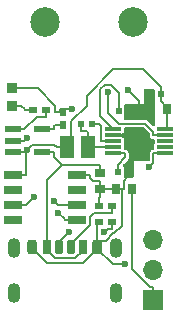
<source format=gtl>
G04 #@! TF.GenerationSoftware,KiCad,Pcbnew,8.0.1*
G04 #@! TF.CreationDate,2024-12-14T14:03:44-06:00*
G04 #@! TF.ProjectId,SD_ProtoBoard,53445f50-726f-4746-9f42-6f6172642e6b,rev?*
G04 #@! TF.SameCoordinates,Original*
G04 #@! TF.FileFunction,Copper,L1,Top*
G04 #@! TF.FilePolarity,Positive*
%FSLAX46Y46*%
G04 Gerber Fmt 4.6, Leading zero omitted, Abs format (unit mm)*
G04 Created by KiCad (PCBNEW 8.0.1) date 2024-12-14 14:03:44*
%MOMM*%
%LPD*%
G01*
G04 APERTURE LIST*
G04 Aperture macros list*
%AMRoundRect*
0 Rectangle with rounded corners*
0 $1 Rounding radius*
0 $2 $3 $4 $5 $6 $7 $8 $9 X,Y pos of 4 corners*
0 Add a 4 corners polygon primitive as box body*
4,1,4,$2,$3,$4,$5,$6,$7,$8,$9,$2,$3,0*
0 Add four circle primitives for the rounded corners*
1,1,$1+$1,$2,$3*
1,1,$1+$1,$4,$5*
1,1,$1+$1,$6,$7*
1,1,$1+$1,$8,$9*
0 Add four rect primitives between the rounded corners*
20,1,$1+$1,$2,$3,$4,$5,0*
20,1,$1+$1,$4,$5,$6,$7,0*
20,1,$1+$1,$6,$7,$8,$9,0*
20,1,$1+$1,$8,$9,$2,$3,0*%
G04 Aperture macros list end*
G04 #@! TA.AperFunction,SMDPad,CuDef*
%ADD10R,1.400000X0.600000*%
G04 #@! TD*
G04 #@! TA.AperFunction,ComponentPad*
%ADD11C,2.500000*%
G04 #@! TD*
G04 #@! TA.AperFunction,SMDPad,CuDef*
%ADD12R,1.400000X0.300000*%
G04 #@! TD*
G04 #@! TA.AperFunction,SMDPad,CuDef*
%ADD13RoundRect,0.375000X0.375000X-0.625000X0.375000X0.625000X-0.375000X0.625000X-0.375000X-0.625000X0*%
G04 #@! TD*
G04 #@! TA.AperFunction,SMDPad,CuDef*
%ADD14R,0.750000X0.600000*%
G04 #@! TD*
G04 #@! TA.AperFunction,SMDPad,CuDef*
%ADD15R,0.600000X0.620000*%
G04 #@! TD*
G04 #@! TA.AperFunction,SMDPad,CuDef*
%ADD16RoundRect,0.175000X-0.175000X-0.425000X0.175000X-0.425000X0.175000X0.425000X-0.175000X0.425000X0*%
G04 #@! TD*
G04 #@! TA.AperFunction,SMDPad,CuDef*
%ADD17RoundRect,0.190000X0.190000X0.410000X-0.190000X0.410000X-0.190000X-0.410000X0.190000X-0.410000X0*%
G04 #@! TD*
G04 #@! TA.AperFunction,SMDPad,CuDef*
%ADD18RoundRect,0.200000X0.200000X0.400000X-0.200000X0.400000X-0.200000X-0.400000X0.200000X-0.400000X0*%
G04 #@! TD*
G04 #@! TA.AperFunction,SMDPad,CuDef*
%ADD19RoundRect,0.175000X0.175000X0.425000X-0.175000X0.425000X-0.175000X-0.425000X0.175000X-0.425000X0*%
G04 #@! TD*
G04 #@! TA.AperFunction,SMDPad,CuDef*
%ADD20RoundRect,0.190000X-0.190000X-0.410000X0.190000X-0.410000X0.190000X0.410000X-0.190000X0.410000X0*%
G04 #@! TD*
G04 #@! TA.AperFunction,SMDPad,CuDef*
%ADD21RoundRect,0.200000X-0.200000X-0.400000X0.200000X-0.400000X0.200000X0.400000X-0.200000X0.400000X0*%
G04 #@! TD*
G04 #@! TA.AperFunction,ComponentPad*
%ADD22O,1.100000X1.700000*%
G04 #@! TD*
G04 #@! TA.AperFunction,ComponentPad*
%ADD23R,1.700000X1.700000*%
G04 #@! TD*
G04 #@! TA.AperFunction,ComponentPad*
%ADD24O,1.700000X1.700000*%
G04 #@! TD*
G04 #@! TA.AperFunction,SMDPad,CuDef*
%ADD25R,0.950000X0.950000*%
G04 #@! TD*
G04 #@! TA.AperFunction,SMDPad,CuDef*
%ADD26R,1.150000X1.850000*%
G04 #@! TD*
G04 #@! TA.AperFunction,SMDPad,CuDef*
%ADD27R,0.940000X0.750000*%
G04 #@! TD*
G04 #@! TA.AperFunction,SMDPad,CuDef*
%ADD28R,0.750000X0.940000*%
G04 #@! TD*
G04 #@! TA.AperFunction,SMDPad,CuDef*
%ADD29R,0.560000X0.620000*%
G04 #@! TD*
G04 #@! TA.AperFunction,SMDPad,CuDef*
%ADD30R,1.500000X0.650000*%
G04 #@! TD*
G04 #@! TA.AperFunction,SMDPad,CuDef*
%ADD31R,0.600000X0.750000*%
G04 #@! TD*
G04 #@! TA.AperFunction,ViaPad*
%ADD32C,0.600000*%
G04 #@! TD*
G04 #@! TA.AperFunction,Conductor*
%ADD33C,0.200000*%
G04 #@! TD*
G04 APERTURE END LIST*
D10*
G04 #@! TO.P,IC3,1,STAT*
G04 #@! TO.N,Net-(IC3-STAT)*
X133150000Y-102470000D03*
G04 #@! TO.P,IC3,2,VSS*
G04 #@! TO.N,GND*
X133150000Y-103420000D03*
G04 #@! TO.P,IC3,3,VBAT*
G04 #@! TO.N,/VBAT*
X133150000Y-104370000D03*
G04 #@! TO.P,IC3,4,VDD*
G04 #@! TO.N,Net-(IC3-VDD)*
X135650000Y-104370000D03*
G04 #@! TO.P,IC3,5,PROG*
G04 #@! TO.N,Net-(IC3-PROG)*
X135650000Y-102470000D03*
G04 #@! TD*
D11*
G04 #@! TO.P,X1,1*
G04 #@! TO.N,Net-(IC2-OUTP)*
X135870000Y-93350000D03*
G04 #@! TO.P,X1,2*
G04 #@! TO.N,Net-(IC2-OUTN)*
X143370000Y-93350000D03*
G04 #@! TD*
D12*
G04 #@! TO.P,IC2,1,VCC*
G04 #@! TO.N,Net-(IC2-VCC)*
X141680000Y-102470000D03*
G04 #@! TO.P,IC2,2,GND*
G04 #@! TO.N,GND*
X141680000Y-102970000D03*
G04 #@! TO.P,IC2,3,BOOT*
G04 #@! TO.N,Net-(IC2-BOOT)*
X141680000Y-103470000D03*
G04 #@! TO.P,IC2,4,SW*
G04 #@! TO.N,Net-(IC2-SW)*
X141680000Y-103970000D03*
G04 #@! TO.P,IC2,5,VOUT*
G04 #@! TO.N,Net-(IC2-FB)*
X141680000Y-104470000D03*
G04 #@! TO.P,IC2,6,OUTN*
G04 #@! TO.N,Net-(IC2-OUTN)*
X146080000Y-104470000D03*
G04 #@! TO.P,IC2,7,OUTP*
G04 #@! TO.N,Net-(IC2-OUTP)*
X146080000Y-103970000D03*
G04 #@! TO.P,IC2,8,FB*
G04 #@! TO.N,Net-(IC2-FB)*
X146080000Y-103470000D03*
G04 #@! TO.P,IC2,9,DIN*
G04 #@! TO.N,Net-(IC1-PA7)*
X146080000Y-102970000D03*
G04 #@! TO.P,IC2,10,VIN*
G04 #@! TO.N,/VBAT*
X146080000Y-102470000D03*
D13*
G04 #@! TO.P,IC2,11,GND_PAD*
G04 #@! TO.N,GND*
X143880000Y-103470000D03*
G04 #@! TD*
D14*
G04 #@! TO.P,R3,1,1*
G04 #@! TO.N,GND*
X140480000Y-108930000D03*
G04 #@! TO.P,R3,2,2*
G04 #@! TO.N,Net-(J3-CC2)*
X141580000Y-108930000D03*
G04 #@! TD*
D15*
G04 #@! TO.P,C4,1,1*
G04 #@! TO.N,/VBAT*
X145690000Y-99470000D03*
G04 #@! TO.P,C4,2,2*
G04 #@! TO.N,GND*
X144770000Y-99470000D03*
G04 #@! TD*
G04 #@! TO.P,C2,1,1*
G04 #@! TO.N,GND*
X142980000Y-106070000D03*
G04 #@! TO.P,C2,2,2*
G04 #@! TO.N,Net-(IC2-FB)*
X142060000Y-106070000D03*
G04 #@! TD*
D16*
G04 #@! TO.P,J3,A5,CC1*
G04 #@! TO.N,Net-(J3-CC1)*
X137090000Y-112450000D03*
D17*
G04 #@! TO.P,J3,A9,VBUS*
G04 #@! TO.N,Net-(IC3-VDD)*
X139110000Y-112450000D03*
D18*
G04 #@! TO.P,J3,A12,GND*
G04 #@! TO.N,GND*
X140340000Y-112450000D03*
D19*
G04 #@! TO.P,J3,B5,CC2*
G04 #@! TO.N,Net-(J3-CC2)*
X138090000Y-112450000D03*
D20*
G04 #@! TO.P,J3,B9,VBUS*
G04 #@! TO.N,Net-(IC3-VDD)*
X136070000Y-112450000D03*
D21*
G04 #@! TO.P,J3,B12,GND*
G04 #@! TO.N,GND*
X134840000Y-112450000D03*
D22*
G04 #@! TO.P,J3,S1,SHIELD*
G04 #@! TO.N,unconnected-(J3-SHIELD-PadS1)_0*
X133270000Y-112530000D03*
G04 #@! TO.N,unconnected-(J3-SHIELD-PadS1)_2*
X133270000Y-116330000D03*
G04 #@! TO.N,unconnected-(J3-SHIELD-PadS1)_1*
X141910000Y-112530000D03*
G04 #@! TO.N,unconnected-(J3-SHIELD-PadS1)*
X141910000Y-116330000D03*
G04 #@! TD*
D23*
G04 #@! TO.P,J1,1,Pin_1*
G04 #@! TO.N,/VBAT*
X145080000Y-116940000D03*
D24*
G04 #@! TO.P,J1,2,Pin_2*
G04 #@! TO.N,GND*
X145080000Y-114400000D03*
G04 #@! TO.P,J1,3,Pin_3*
G04 #@! TO.N,/UPDI*
X145080000Y-111860000D03*
G04 #@! TD*
D25*
G04 #@! TO.P,LED1,1,K*
G04 #@! TO.N,Net-(LED1-K)*
X133120000Y-100460000D03*
G04 #@! TO.P,LED1,2,A*
G04 #@! TO.N,GND*
X133120000Y-98960000D03*
G04 #@! TD*
D26*
G04 #@! TO.P,L1,1,1*
G04 #@! TO.N,/VBAT*
X137780000Y-103970000D03*
G04 #@! TO.P,L1,2,2*
G04 #@! TO.N,Net-(IC2-SW)*
X139580000Y-103970000D03*
G04 #@! TD*
D27*
G04 #@! TO.P,C6,1,1*
G04 #@! TO.N,GND*
X140560000Y-107550000D03*
G04 #@! TO.P,C6,2,2*
G04 #@! TO.N,Net-(IC3-VDD)*
X140560000Y-106150000D03*
G04 #@! TD*
D15*
G04 #@! TO.P,C5,1,1*
G04 #@! TO.N,Net-(IC2-VCC)*
X142130000Y-100925000D03*
G04 #@! TO.P,C5,2,2*
G04 #@! TO.N,GND*
X143050000Y-100925000D03*
G04 #@! TD*
D28*
G04 #@! TO.P,C7,1,1*
G04 #@! TO.N,/VBAT*
X143280000Y-107480000D03*
G04 #@! TO.P,C7,2,2*
G04 #@! TO.N,GND*
X141880000Y-107480000D03*
G04 #@! TD*
D14*
G04 #@! TO.P,R1,1,1*
G04 #@! TO.N,GND*
X140480000Y-110270000D03*
G04 #@! TO.P,R1,2,2*
G04 #@! TO.N,Net-(J3-CC1)*
X141580000Y-110270000D03*
G04 #@! TD*
G04 #@! TO.P,R2,1,1*
G04 #@! TO.N,Net-(LED1-K)*
X134860000Y-100790000D03*
G04 #@! TO.P,R2,2,2*
G04 #@! TO.N,Net-(IC3-STAT)*
X135960000Y-100790000D03*
G04 #@! TD*
D29*
G04 #@! TO.P,C1,1,1*
G04 #@! TO.N,Net-(IC2-SW)*
X138920000Y-101970000D03*
G04 #@! TO.P,C1,2,2*
G04 #@! TO.N,Net-(IC2-BOOT)*
X139880000Y-101970000D03*
G04 #@! TD*
D28*
G04 #@! TO.P,C3,1,1*
G04 #@! TO.N,/VBAT*
X146230000Y-100770000D03*
G04 #@! TO.P,C3,2,2*
G04 #@! TO.N,GND*
X144830000Y-100770000D03*
G04 #@! TD*
D30*
G04 #@! TO.P,IC1,8,GND*
G04 #@! TO.N,GND*
X138620000Y-106300000D03*
G04 #@! TO.P,IC1,7,PA3/EXTCLK*
G04 #@! TO.N,unconnected-(IC1-PA3{slash}EXTCLK-Pad7)*
X138620000Y-107570000D03*
G04 #@! TO.P,IC1,6,PA0/~{RESET}/UPDI*
G04 #@! TO.N,/UPDI*
X138620000Y-108840000D03*
G04 #@! TO.P,IC1,5,PA2*
G04 #@! TO.N,Net-(IC1-PA2)*
X138620000Y-110110000D03*
G04 #@! TO.P,IC1,4,PA1*
G04 #@! TO.N,unconnected-(IC1-PA1-Pad4)*
X133220000Y-110110000D03*
G04 #@! TO.P,IC1,3,PA7*
G04 #@! TO.N,Net-(IC1-PA7)*
X133220000Y-108840000D03*
G04 #@! TO.P,IC1,2,PA6*
G04 #@! TO.N,unconnected-(IC1-PA6-Pad2)*
X133220000Y-107570000D03*
G04 #@! TO.P,IC1,1,VDD*
G04 #@! TO.N,/VBAT*
X133220000Y-106300000D03*
G04 #@! TD*
D31*
G04 #@! TO.P,R4,1,1*
G04 #@! TO.N,Net-(IC3-PROG)*
X137390000Y-102070000D03*
G04 #@! TO.P,R4,2,2*
G04 #@! TO.N,GND*
X137390000Y-100970000D03*
G04 #@! TD*
D32*
G04 #@! TO.N,/UPDI*
X136670000Y-108510000D03*
G04 #@! TO.N,Net-(J3-CC1)*
X137921300Y-111172100D03*
X140934600Y-111149800D03*
G04 #@! TO.N,/VBAT*
X134387400Y-104246800D03*
G04 #@! TO.N,Net-(IC2-OUTN)*
X144740000Y-105670000D03*
G04 #@! TO.N,Net-(IC1-PA7)*
X134987400Y-108182150D03*
X141196800Y-99299800D03*
G04 #@! TO.N,Net-(IC1-PA2)*
X137010000Y-109528900D03*
G04 #@! TO.N,GND*
X142901600Y-99107600D03*
X142671800Y-113890200D03*
X138228200Y-100779200D03*
X134360500Y-103211200D03*
G04 #@! TD*
D33*
G04 #@! TO.N,Net-(IC2-OUTN)*
X144740000Y-105670000D02*
X145078300Y-105331700D01*
X145078300Y-105331700D02*
X145078300Y-104470000D01*
X145078300Y-104470000D02*
X146080000Y-104470000D01*
G04 #@! TO.N,Net-(IC1-PA2)*
X137568300Y-110087200D02*
X137568300Y-110110000D01*
X137010000Y-109528900D02*
X137568300Y-110087200D01*
X137568300Y-110110000D02*
X138620000Y-110110000D01*
G04 #@! TO.N,/UPDI*
X137000000Y-108840000D02*
X136670000Y-108510000D01*
X138620000Y-108840000D02*
X137000000Y-108840000D01*
G04 #@! TO.N,Net-(IC1-PA7)*
X134987400Y-108182150D02*
X134929550Y-108182150D01*
X134929550Y-108182150D02*
X134271700Y-108840000D01*
X134271700Y-108840000D02*
X133220000Y-108840000D01*
G04 #@! TO.N,Net-(LED1-K)*
X134183300Y-100746600D02*
X133896700Y-100460000D01*
X134183300Y-100790000D02*
X134183300Y-100746600D01*
X133120000Y-100460000D02*
X133896700Y-100460000D01*
X134860000Y-100790000D02*
X134183300Y-100790000D01*
G04 #@! TO.N,Net-(J3-CC1)*
X137090000Y-112003400D02*
X137921300Y-111172100D01*
X137090000Y-112450000D02*
X137090000Y-112003400D01*
X141580000Y-110270000D02*
X141580000Y-110871700D01*
X141212700Y-110871700D02*
X140934600Y-111149800D01*
X141580000Y-110871700D02*
X141212700Y-110871700D01*
G04 #@! TO.N,Net-(J3-CC2)*
X138090000Y-112173500D02*
X138090000Y-112450000D01*
X139737500Y-110526000D02*
X138090000Y-112173500D01*
X139737500Y-109848800D02*
X139737500Y-110526000D01*
X140054600Y-109531700D02*
X139737500Y-109848800D01*
X141580000Y-109531700D02*
X140054600Y-109531700D01*
X141580000Y-108930000D02*
X141580000Y-109531700D01*
G04 #@! TO.N,Net-(IC3-VDD)*
X139110000Y-112729700D02*
X139110000Y-112450000D01*
X138461100Y-113378600D02*
X139110000Y-112729700D01*
X136733900Y-113378600D02*
X138461100Y-113378600D01*
X136070000Y-112714700D02*
X136733900Y-113378600D01*
X136070000Y-112450000D02*
X136070000Y-112714700D01*
X135650000Y-104370000D02*
X136651700Y-104370000D01*
X140560000Y-106150000D02*
X140560000Y-105473300D01*
X136070000Y-106707000D02*
X136070000Y-112450000D01*
X137303700Y-105473300D02*
X136070000Y-106707000D01*
X137303700Y-105473300D02*
X140560000Y-105473300D01*
X136651700Y-104821300D02*
X137303700Y-105473300D01*
X136651700Y-104370000D02*
X136651700Y-104821300D01*
G04 #@! TO.N,Net-(IC3-PROG)*
X136651700Y-102206600D02*
X136788300Y-102070000D01*
X136651700Y-102470000D02*
X136651700Y-102206600D01*
X137390000Y-102070000D02*
X136788300Y-102070000D01*
X135650000Y-102470000D02*
X136651700Y-102470000D01*
G04 #@! TO.N,Net-(IC3-STAT)*
X135230000Y-101391700D02*
X134151700Y-102470000D01*
X135960000Y-101391700D02*
X135230000Y-101391700D01*
X135960000Y-100790000D02*
X135960000Y-101391700D01*
X133150000Y-102470000D02*
X134151700Y-102470000D01*
G04 #@! TO.N,/VBAT*
X133150000Y-104370000D02*
X134151700Y-104370000D01*
X134271700Y-104370000D02*
X134151700Y-104370000D01*
X134271700Y-106300000D02*
X134271700Y-104370000D01*
X146230000Y-102320000D02*
X146080000Y-102470000D01*
X146230000Y-100770000D02*
X146230000Y-102320000D01*
X146230000Y-100621700D02*
X146230000Y-100770000D01*
X145690000Y-100081700D02*
X146230000Y-100621700D01*
X145690000Y-99775800D02*
X145690000Y-100081700D01*
X133220000Y-106300000D02*
X134170900Y-106300000D01*
X134170900Y-106300000D02*
X134270200Y-106300000D01*
X134270200Y-106300000D02*
X134271700Y-106300000D01*
X143280000Y-114276200D02*
X143280000Y-107480000D01*
X144792100Y-115788300D02*
X143280000Y-114276200D01*
X145080000Y-115788300D02*
X144792100Y-115788300D01*
X145080000Y-116940000D02*
X145080000Y-115788300D01*
X137780000Y-103970000D02*
X136903300Y-103970000D01*
X134271700Y-104362500D02*
X134387400Y-104246800D01*
X134271700Y-104370000D02*
X134271700Y-104362500D01*
X136697000Y-103763700D02*
X136903300Y-103970000D01*
X134818000Y-103763700D02*
X136697000Y-103763700D01*
X134387400Y-104194300D02*
X134818000Y-103763700D01*
X134387400Y-104246800D02*
X134387400Y-104194300D01*
X145690000Y-99775800D02*
X145690000Y-99470000D01*
X138140300Y-103609700D02*
X137780000Y-103970000D01*
X138140300Y-101733000D02*
X138140300Y-103609700D01*
X139423500Y-100449800D02*
X138140300Y-101733000D01*
X139423500Y-99597400D02*
X139423500Y-100449800D01*
X141674300Y-97346600D02*
X139423500Y-99597400D01*
X144178300Y-97346600D02*
X141674300Y-97346600D01*
X145690000Y-98858300D02*
X144178300Y-97346600D01*
X145690000Y-99470000D02*
X145690000Y-98858300D01*
G04 #@! TO.N,Net-(IC1-PA7)*
X146080000Y-102970000D02*
X145078300Y-102970000D01*
X141196800Y-101038600D02*
X141196800Y-99299800D01*
X142128200Y-101970000D02*
X141196800Y-101038600D01*
X144382500Y-101970000D02*
X142128200Y-101970000D01*
X145078300Y-102665800D02*
X144382500Y-101970000D01*
X145078300Y-102970000D02*
X145078300Y-102665800D01*
G04 #@! TO.N,Net-(IC2-VCC)*
X140572000Y-101362000D02*
X141680000Y-102470000D01*
X140572000Y-99063400D02*
X140572000Y-101362000D01*
X140939300Y-98696100D02*
X140572000Y-99063400D01*
X141447600Y-98696100D02*
X140939300Y-98696100D01*
X142130000Y-99378500D02*
X141447600Y-98696100D01*
X142130000Y-100925000D02*
X142130000Y-99378500D01*
G04 #@! TO.N,Net-(IC2-FB)*
X142681700Y-104836600D02*
X142681700Y-104470000D01*
X142060000Y-105458300D02*
X142681700Y-104836600D01*
X141680000Y-104470000D02*
X142681700Y-104470000D01*
X142060000Y-106070000D02*
X142060000Y-105458300D01*
G04 #@! TO.N,Net-(IC2-SW)*
X141680000Y-103970000D02*
X139580000Y-103970000D01*
X139418400Y-102581700D02*
X139580000Y-102743300D01*
X138920000Y-102581700D02*
X139418400Y-102581700D01*
X139580000Y-103970000D02*
X139580000Y-102743300D01*
X138920000Y-101970000D02*
X138920000Y-102581700D01*
G04 #@! TO.N,Net-(IC2-BOOT)*
X140678300Y-102186600D02*
X140461700Y-101970000D01*
X140678300Y-103470000D02*
X140678300Y-102186600D01*
X141680000Y-103470000D02*
X140678300Y-103470000D01*
X139880000Y-101970000D02*
X140461700Y-101970000D01*
G04 #@! TO.N,GND*
X140560000Y-107550000D02*
X140560000Y-108226700D01*
X140480000Y-108306700D02*
X140480000Y-108930000D01*
X140560000Y-108226700D02*
X140480000Y-108306700D01*
X142556700Y-106801700D02*
X142556700Y-107480000D01*
X142876700Y-106481700D02*
X142556700Y-106801700D01*
X133120000Y-98960000D02*
X133896700Y-98960000D01*
X139671700Y-106586700D02*
X139671700Y-106300000D01*
X139958300Y-106873300D02*
X139671700Y-106586700D01*
X140560000Y-106873300D02*
X139958300Y-106873300D01*
X140560000Y-107550000D02*
X140560000Y-106873300D01*
X138620000Y-106300000D02*
X139671700Y-106300000D01*
X142218400Y-107480000D02*
X141880000Y-107480000D01*
X141401700Y-107480000D02*
X141331700Y-107550000D01*
X141880000Y-107480000D02*
X141401700Y-107480000D01*
X140560000Y-107550000D02*
X141331700Y-107550000D01*
X143891200Y-100097200D02*
X142901600Y-99107600D01*
X143891200Y-100384700D02*
X143891200Y-100097200D01*
X135304800Y-98960000D02*
X133896700Y-98960000D01*
X136788300Y-100443500D02*
X135304800Y-98960000D01*
X136788300Y-100970000D02*
X136788300Y-100443500D01*
X134840000Y-112544600D02*
X134840000Y-112450000D01*
X136108000Y-113812600D02*
X134840000Y-112544600D01*
X139078400Y-113812600D02*
X136108000Y-113812600D01*
X140340000Y-112551000D02*
X139078400Y-113812600D01*
X140340000Y-112450000D02*
X140340000Y-112551000D01*
X142671800Y-113890100D02*
X142671800Y-113890200D01*
X141679100Y-113890100D02*
X142671800Y-113890100D01*
X140340000Y-112551000D02*
X141679100Y-113890100D01*
X142218400Y-107480000D02*
X142387600Y-107480000D01*
X142387600Y-107480000D02*
X142556700Y-107480000D01*
X140340000Y-111890500D02*
X140340000Y-112450000D01*
X141045000Y-111890500D02*
X140340000Y-111890500D01*
X141662100Y-111273400D02*
X141045000Y-111890500D01*
X141750600Y-111273400D02*
X141662100Y-111273400D01*
X142387600Y-110636400D02*
X141750600Y-111273400D01*
X142387600Y-107480000D02*
X142387600Y-110636400D01*
X140332800Y-110417200D02*
X140480000Y-110270000D01*
X140332800Y-111883300D02*
X140332800Y-110417200D01*
X140340000Y-111890500D02*
X140332800Y-111883300D01*
X137390000Y-100970000D02*
X137089200Y-100970000D01*
X137089200Y-100970000D02*
X136788300Y-100970000D01*
X133150000Y-103420000D02*
X134151700Y-103420000D01*
X134360500Y-103211200D02*
X134151700Y-103420000D01*
X137280000Y-100779200D02*
X138228200Y-100779200D01*
X137089200Y-100970000D02*
X137280000Y-100779200D01*
G04 #@! TD*
G04 #@! TA.AperFunction,Conductor*
G04 #@! TO.N,GND*
G36*
X144275212Y-102289407D02*
G01*
X144287025Y-102299496D01*
X144748804Y-102761275D01*
X144776581Y-102815792D01*
X144777800Y-102831279D01*
X144777800Y-103009564D01*
X144798278Y-103085988D01*
X144798280Y-103085992D01*
X144837838Y-103154508D01*
X144837840Y-103154511D01*
X144893789Y-103210460D01*
X144893791Y-103210461D01*
X144962307Y-103250019D01*
X144962311Y-103250021D01*
X145038735Y-103270499D01*
X145038737Y-103270500D01*
X145038738Y-103270500D01*
X145077666Y-103270500D01*
X145135857Y-103289407D01*
X145171821Y-103338907D01*
X145176658Y-103370722D01*
X145168003Y-104071722D01*
X145148379Y-104129675D01*
X145098439Y-104165025D01*
X145069011Y-104169500D01*
X145038735Y-104169500D01*
X144962311Y-104189978D01*
X144962307Y-104189980D01*
X144893791Y-104229538D01*
X144837838Y-104285491D01*
X144798280Y-104354007D01*
X144798278Y-104354011D01*
X144777800Y-104430435D01*
X144777800Y-105026000D01*
X144758893Y-105084191D01*
X144709393Y-105120155D01*
X144678800Y-105125000D01*
X143430000Y-105125000D01*
X143419206Y-105740253D01*
X143406706Y-106452737D01*
X143386781Y-106510587D01*
X143336657Y-106545677D01*
X143307721Y-106550000D01*
X142651245Y-106550000D01*
X142593054Y-106531093D01*
X142557090Y-106481593D01*
X142554147Y-106431685D01*
X142560500Y-106399748D01*
X142560500Y-105740252D01*
X142548867Y-105681769D01*
X142548866Y-105681768D01*
X142546965Y-105672207D01*
X142548191Y-105671963D01*
X142543567Y-105647767D01*
X142546751Y-105436044D01*
X142566530Y-105378148D01*
X142575720Y-105367549D01*
X142922160Y-105021111D01*
X142961722Y-104952588D01*
X142982200Y-104876162D01*
X142982200Y-104797038D01*
X142982200Y-104430438D01*
X142961721Y-104354011D01*
X142922160Y-104285489D01*
X142866211Y-104229540D01*
X142866208Y-104229538D01*
X142797692Y-104189980D01*
X142797688Y-104189978D01*
X142721264Y-104169500D01*
X142721262Y-104169500D01*
X142679500Y-104169500D01*
X142621309Y-104150593D01*
X142585345Y-104101093D01*
X142580500Y-104070500D01*
X142580500Y-103800256D01*
X142580500Y-103800252D01*
X142574039Y-103767772D01*
X142572150Y-103746997D01*
X142573077Y-103685374D01*
X142574968Y-103667559D01*
X142580499Y-103639755D01*
X142580500Y-103639746D01*
X142580500Y-103300254D01*
X142580023Y-103295409D01*
X142580347Y-103295377D01*
X142579140Y-103282132D01*
X142580000Y-103225000D01*
X142579999Y-103225000D01*
X142579999Y-103224998D01*
X142565606Y-103210388D01*
X142552387Y-103206093D01*
X142528263Y-103181002D01*
X142524553Y-103175450D01*
X142524552Y-103175448D01*
X142524548Y-103175445D01*
X142458233Y-103131134D01*
X142458231Y-103131133D01*
X142458228Y-103131132D01*
X142458227Y-103131132D01*
X142399758Y-103119501D01*
X142399748Y-103119500D01*
X142399747Y-103119500D01*
X141077800Y-103119500D01*
X141019609Y-103100593D01*
X140983645Y-103051093D01*
X140978800Y-103020500D01*
X140978800Y-102919500D01*
X140997707Y-102861309D01*
X141047207Y-102825345D01*
X141077800Y-102820500D01*
X142399747Y-102820500D01*
X142399748Y-102820500D01*
X142458231Y-102808867D01*
X142504757Y-102777778D01*
X142521362Y-102766684D01*
X142576363Y-102750000D01*
X142580000Y-102750000D01*
X142583933Y-102368478D01*
X142603439Y-102310487D01*
X142653308Y-102275035D01*
X142682928Y-102270500D01*
X144217021Y-102270500D01*
X144275212Y-102289407D01*
G37*
G04 #@! TD.AperFunction*
G04 #@! TA.AperFunction,Conductor*
G36*
X145148691Y-99068907D02*
G01*
X145184655Y-99118407D01*
X145189500Y-99149000D01*
X145189500Y-99799748D01*
X145201133Y-99858231D01*
X145202624Y-99860462D01*
X145204052Y-99865278D01*
X145204865Y-99867240D01*
X145204659Y-99867325D01*
X145219299Y-99916684D01*
X145192136Y-102116887D01*
X145172512Y-102174840D01*
X145122572Y-102210190D01*
X145061391Y-102209435D01*
X145023141Y-102185669D01*
X144567010Y-101729539D01*
X144498492Y-101689980D01*
X144498488Y-101689978D01*
X144422064Y-101669500D01*
X144422062Y-101669500D01*
X142691165Y-101669500D01*
X142632974Y-101650593D01*
X142597010Y-101601093D01*
X142592170Y-101569479D01*
X142594131Y-101379268D01*
X142610810Y-101325288D01*
X142618867Y-101313231D01*
X142630500Y-101254748D01*
X142630500Y-100595252D01*
X142618867Y-100536769D01*
X142618863Y-100536764D01*
X142615135Y-100527760D01*
X142616655Y-100527130D01*
X142603376Y-100482526D01*
X142603990Y-100422978D01*
X142623498Y-100364985D01*
X142673366Y-100329534D01*
X142702985Y-100325000D01*
X144254999Y-100325000D01*
X144255000Y-100325000D01*
X144255000Y-99149000D01*
X144273907Y-99090809D01*
X144323407Y-99054845D01*
X144354000Y-99050000D01*
X145090500Y-99050000D01*
X145148691Y-99068907D01*
G37*
G04 #@! TD.AperFunction*
G04 #@! TD*
M02*

</source>
